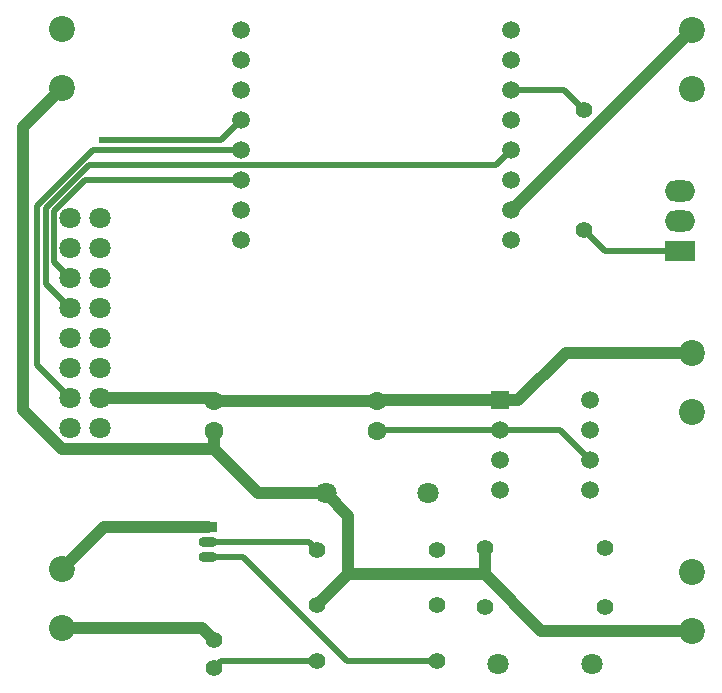
<source format=gbl>
G04 Layer: BottomLayer*
G04 EasyEDA v6.5.34, 2023-10-20 22:40:53*
G04 e57982c86cb447f5a272f3456a71b57b,57889503967a4714bf52c07adae62c9a,10*
G04 Gerber Generator version 0.2*
G04 Scale: 100 percent, Rotated: No, Reflected: No *
G04 Dimensions in millimeters *
G04 leading zeros omitted , absolute positions ,4 integer and 5 decimal *
%FSLAX45Y45*%
%MOMM*%

%ADD10C,0.5000*%
%ADD11C,1.0000*%
%ADD12C,1.6000*%
%ADD13C,1.8000*%
%ADD14C,1.4000*%
%ADD15O,1.5999968X0.8999982*%
%ADD16R,1.6000X0.9000*%
%ADD17C,1.4000*%
%ADD18C,1.5080*%
%ADD19C,2.2000*%
%ADD20R,1.5000X1.5000*%
%ADD21C,1.5000*%
%ADD22O,2.5999948X1.7999964*%
%ADD23R,2.6000X1.8000*%
%ADD24C,0.6100*%

%LPD*%
D10*
X1079500Y9321800D02*
G01*
X800862Y9600437D01*
X800862Y10946409D01*
X1278153Y11423700D01*
X2533853Y11423700D01*
X4819853Y11423700D02*
G01*
X4693538Y11297386D01*
X1247775Y11297386D01*
X876325Y10925937D01*
X876325Y10286974D01*
X1079500Y10083800D01*
X1079500Y10337800D02*
G01*
X948232Y10469067D01*
X948232Y10904016D01*
X1213916Y11169700D01*
X2533853Y11169700D01*
X4819853Y11931700D02*
G01*
X5266105Y11931700D01*
X5435600Y11762206D01*
X6243980Y10568457D02*
G01*
X5609336Y10568457D01*
X5435600Y10742193D01*
X3172993Y8036204D02*
G01*
X3107740Y8101456D01*
X2250897Y8101456D01*
X4193006Y7093000D02*
G01*
X3430015Y7093000D01*
X2548559Y7974456D01*
X2250897Y7974456D01*
X3172993Y7093000D02*
G01*
X2358872Y7093000D01*
X2298954Y7033082D01*
X5484977Y8793911D02*
G01*
X5230977Y9047911D01*
X4722977Y9047911D01*
X4722977Y9047911D02*
G01*
X3688511Y9047911D01*
X3683000Y9042400D01*
D11*
X6348577Y12435712D02*
G01*
X4828565Y10915700D01*
X4819853Y10915700D01*
X1016000Y7870012D02*
G01*
X1374444Y8228456D01*
X2250897Y8228456D01*
X6348577Y9705212D02*
G01*
X5281345Y9705212D01*
X4878044Y9301911D01*
X4722977Y9301911D02*
G01*
X4878044Y9301911D01*
X1333500Y9321800D02*
G01*
X2273300Y9321800D01*
X2298700Y9296400D01*
X4722977Y9301911D02*
G01*
X3688511Y9301911D01*
X3683000Y9296400D01*
X3683000Y9296400D02*
G01*
X2298700Y9296400D01*
X1016000Y7370013D02*
G01*
X2202306Y7370013D01*
X2298954Y7273366D01*
X4593970Y7831683D02*
G01*
X4593970Y8054238D01*
X6348577Y7351013D02*
G01*
X5074640Y7351013D01*
X4593970Y7831683D01*
X4593970Y7831683D02*
G01*
X3440074Y7831683D01*
X3440074Y7831683D02*
G01*
X3172993Y7564602D01*
X3440074Y7831683D02*
G01*
X3440074Y8320735D01*
X3247999Y8512810D01*
X2298700Y8890101D02*
G01*
X1013129Y8890101D01*
X686358Y9216872D01*
X686358Y11616359D01*
X1016000Y11946001D01*
X3247999Y8512810D02*
G01*
X2675991Y8512810D01*
X2298700Y8890101D01*
X2298700Y8890101D02*
G01*
X2298700Y9042400D01*
D10*
X2533853Y11677700D02*
G01*
X2361920Y11505768D01*
X1358366Y11505768D01*
D12*
G01*
X2298700Y9042400D03*
G01*
X2298700Y9296400D03*
G01*
X3683002Y9042394D03*
G01*
X3683002Y9296394D03*
D13*
G01*
X3247994Y8512820D03*
G01*
X4117995Y8512820D03*
G01*
X5503971Y7068004D03*
G01*
X4703973Y7068004D03*
D14*
G01*
X2298951Y7273363D03*
G01*
X2298951Y7033079D03*
D15*
G01*
X2250897Y7974444D03*
G01*
X2250897Y8101444D03*
D16*
G01*
X2250897Y8228444D03*
D17*
G01*
X3172995Y7564607D03*
G01*
X4193009Y7564607D03*
G01*
X3172995Y7093000D03*
G01*
X4193009Y7093000D03*
G01*
X3172995Y8036214D03*
G01*
X4193009Y8036214D03*
G01*
X4593973Y8054228D03*
G01*
X5613986Y8054228D03*
G01*
X5613986Y7548618D03*
G01*
X4593973Y7548618D03*
G01*
X5435600Y10742193D03*
G01*
X5435600Y11762206D03*
D18*
G01*
X4819850Y10661700D03*
G01*
X2533850Y10661700D03*
G01*
X4819850Y12439700D03*
G01*
X4819850Y12185700D03*
G01*
X4819850Y11931700D03*
G01*
X4819850Y11677700D03*
G01*
X4819850Y11423700D03*
G01*
X4819850Y11169700D03*
G01*
X4819850Y10915700D03*
G01*
X2533850Y12439700D03*
G01*
X2533850Y12185700D03*
G01*
X2533850Y11931700D03*
G01*
X2533850Y11677700D03*
G01*
X2533850Y11423700D03*
G01*
X2533850Y11169700D03*
G01*
X2533850Y10915700D03*
D13*
G01*
X1079500Y10845800D03*
G01*
X1333500Y10845800D03*
G01*
X1079500Y10591800D03*
G01*
X1333500Y10591800D03*
G01*
X1079500Y10337800D03*
G01*
X1333500Y10337800D03*
G01*
X1079500Y10083800D03*
G01*
X1333500Y10083800D03*
G01*
X1079500Y9829800D03*
G01*
X1333500Y9829800D03*
G01*
X1079500Y9575800D03*
G01*
X1333500Y9575800D03*
G01*
X1079500Y9321800D03*
G01*
X1333500Y9321800D03*
G01*
X1079500Y9067800D03*
G01*
X1333500Y9067800D03*
D19*
G01*
X6348577Y9705200D03*
G01*
X6348577Y9205201D03*
G01*
X1016000Y7370000D03*
G01*
X1016000Y7869999D03*
G01*
X1016000Y11946001D03*
G01*
X1016000Y12446000D03*
G01*
X6348577Y12435700D03*
G01*
X6348577Y11935701D03*
G01*
X6348577Y7851000D03*
G01*
X6348577Y7351001D03*
D20*
G01*
X4722977Y9301901D03*
D21*
G01*
X4722977Y9047901D03*
G01*
X4722977Y8793901D03*
G01*
X4722977Y8539901D03*
G01*
X5484977Y9301901D03*
G01*
X5484977Y9047901D03*
G01*
X5484977Y8793901D03*
G01*
X5484977Y8539901D03*
D22*
G01*
X6243977Y10822449D03*
G01*
X6244968Y11076475D03*
D23*
G01*
X6243977Y10568449D03*
D24*
G01*
X1358366Y11505768D03*
M02*

</source>
